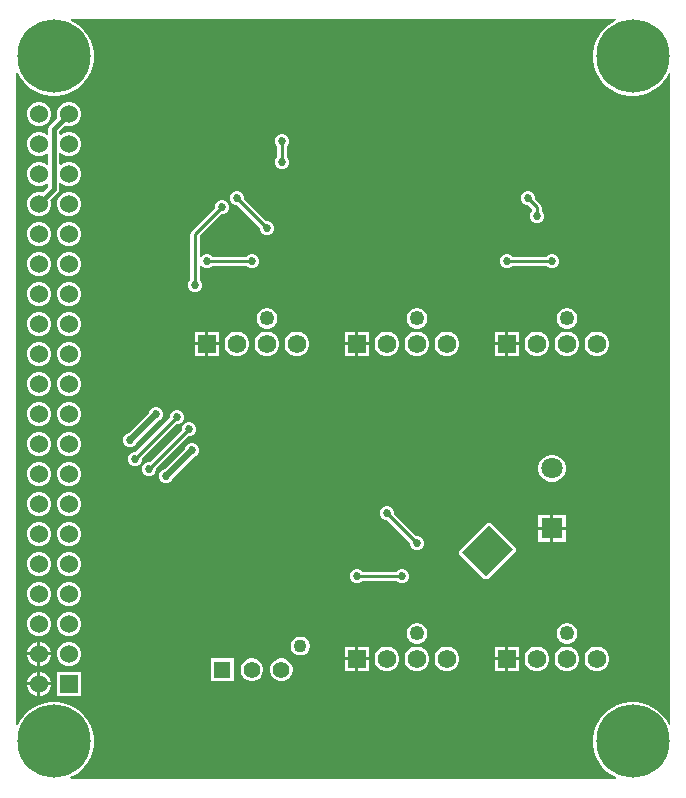
<source format=gbl>
G04*
G04 #@! TF.GenerationSoftware,Altium Limited,Altium Designer,23.0.1 (38)*
G04*
G04 Layer_Physical_Order=2*
G04 Layer_Color=16711680*
%FSLAX25Y25*%
%MOIN*%
G70*
G04*
G04 #@! TF.SameCoordinates,5643ACED-D155-4500-AF81-F5B34C59678D*
G04*
G04*
G04 #@! TF.FilePolarity,Positive*
G04*
G01*
G75*
%ADD14C,0.01000*%
%ADD24C,0.04921*%
%ADD25C,0.06181*%
%ADD26R,0.06181X0.06181*%
%ADD27C,0.04331*%
%ADD28C,0.05512*%
%ADD29R,0.05512X0.05512*%
%ADD31C,0.07087*%
%ADD32R,0.07087X0.07087*%
%ADD33C,0.24410*%
%ADD34R,0.06000X0.06000*%
%ADD35C,0.06000*%
%ADD36C,0.02700*%
%ADD37C,0.02000*%
%ADD38C,0.01600*%
G36*
X301421Y354368D02*
X299993Y353640D01*
X298311Y352418D01*
X296841Y350949D01*
X295620Y349267D01*
X294676Y347415D01*
X294034Y345439D01*
X293709Y343386D01*
Y341307D01*
X294034Y339254D01*
X294676Y337278D01*
X295620Y335426D01*
X296841Y333744D01*
X298311Y332275D01*
X299993Y331053D01*
X301845Y330109D01*
X303821Y329467D01*
X305874Y329142D01*
X307953D01*
X310005Y329467D01*
X311982Y330109D01*
X313834Y331053D01*
X315516Y332275D01*
X316985Y333744D01*
X318207Y335426D01*
X318935Y336854D01*
X319435Y336734D01*
Y119612D01*
X318935Y119492D01*
X318207Y120921D01*
X316985Y122602D01*
X315516Y124072D01*
X313834Y125294D01*
X311982Y126237D01*
X310005Y126880D01*
X307953Y127205D01*
X305874D01*
X303821Y126880D01*
X301845Y126237D01*
X299993Y125294D01*
X298311Y124072D01*
X296841Y122602D01*
X295620Y120921D01*
X294676Y119069D01*
X294034Y117092D01*
X293709Y115039D01*
Y112961D01*
X294034Y110908D01*
X294676Y108931D01*
X295620Y107079D01*
X296841Y105398D01*
X298311Y103928D01*
X299993Y102706D01*
X301421Y101978D01*
X301301Y101478D01*
X119612D01*
X119492Y101978D01*
X120921Y102706D01*
X122602Y103928D01*
X124072Y105398D01*
X125294Y107079D01*
X126237Y108931D01*
X126880Y110908D01*
X127205Y112961D01*
Y115039D01*
X126880Y117092D01*
X126237Y119069D01*
X125294Y120921D01*
X124072Y122602D01*
X122602Y124072D01*
X120921Y125294D01*
X119069Y126237D01*
X117092Y126880D01*
X115039Y127205D01*
X112961D01*
X110908Y126880D01*
X108931Y126237D01*
X107079Y125294D01*
X105398Y124072D01*
X103928Y122602D01*
X102706Y120921D01*
X101978Y119492D01*
X101478Y119612D01*
Y336734D01*
X101978Y336854D01*
X102706Y335426D01*
X103928Y333744D01*
X105398Y332275D01*
X107079Y331053D01*
X108931Y330109D01*
X110908Y329467D01*
X112961Y329142D01*
X115039D01*
X117092Y329467D01*
X119069Y330109D01*
X120921Y331053D01*
X122602Y332275D01*
X124072Y333744D01*
X125294Y335426D01*
X126237Y337278D01*
X126880Y339254D01*
X127205Y341307D01*
Y343386D01*
X126880Y345439D01*
X126237Y347415D01*
X125294Y349267D01*
X124072Y350949D01*
X122602Y352418D01*
X120921Y353640D01*
X119492Y354368D01*
X119612Y354868D01*
X301301D01*
X301421Y354368D01*
D02*
G37*
%LPC*%
G36*
X119527Y327173D02*
X118473D01*
X117456Y326901D01*
X116544Y326374D01*
X115799Y325629D01*
X115273Y324717D01*
X115000Y323700D01*
Y322647D01*
X115185Y321954D01*
X112702Y319471D01*
X112304Y318876D01*
X112165Y318173D01*
Y316319D01*
X111703Y316127D01*
X111456Y316374D01*
X110544Y316901D01*
X109527Y317173D01*
X108473D01*
X107456Y316901D01*
X106544Y316374D01*
X105799Y315629D01*
X105273Y314717D01*
X105000Y313700D01*
Y312647D01*
X105273Y311629D01*
X105799Y310717D01*
X106544Y309972D01*
X107456Y309446D01*
X108473Y309173D01*
X109527D01*
X110544Y309446D01*
X111456Y309972D01*
X111703Y310219D01*
X112165Y310028D01*
Y306319D01*
X111703Y306127D01*
X111456Y306374D01*
X110544Y306901D01*
X109527Y307173D01*
X108473D01*
X107456Y306901D01*
X106544Y306374D01*
X105799Y305629D01*
X105273Y304717D01*
X105000Y303700D01*
Y302647D01*
X105273Y301629D01*
X105799Y300717D01*
X106544Y299972D01*
X107456Y299446D01*
X108473Y299173D01*
X109527D01*
X110544Y299446D01*
X111456Y299972D01*
X111703Y300219D01*
X112165Y300028D01*
Y298933D01*
X110219Y296988D01*
X109527Y297173D01*
X108473D01*
X107456Y296901D01*
X106544Y296374D01*
X105799Y295629D01*
X105273Y294717D01*
X105000Y293700D01*
Y292647D01*
X105273Y291629D01*
X105799Y290717D01*
X106544Y289972D01*
X107456Y289446D01*
X108473Y289173D01*
X109527D01*
X110544Y289446D01*
X111456Y289972D01*
X112201Y290717D01*
X112727Y291629D01*
X113000Y292647D01*
Y293700D01*
X112814Y294392D01*
X115298Y296876D01*
X115696Y297471D01*
X115835Y298173D01*
Y300028D01*
X116297Y300219D01*
X116544Y299972D01*
X117456Y299446D01*
X118473Y299173D01*
X119527D01*
X120544Y299446D01*
X121456Y299972D01*
X122201Y300717D01*
X122727Y301629D01*
X123000Y302647D01*
Y303700D01*
X122727Y304717D01*
X122201Y305629D01*
X121456Y306374D01*
X120544Y306901D01*
X119527Y307173D01*
X118473D01*
X117456Y306901D01*
X116544Y306374D01*
X116297Y306127D01*
X115835Y306319D01*
Y310028D01*
X116297Y310219D01*
X116544Y309972D01*
X117456Y309446D01*
X118473Y309173D01*
X119527D01*
X120544Y309446D01*
X121456Y309972D01*
X122201Y310717D01*
X122727Y311629D01*
X123000Y312647D01*
Y313700D01*
X122727Y314717D01*
X122201Y315629D01*
X121456Y316374D01*
X120544Y316901D01*
X119527Y317173D01*
X118473D01*
X117456Y316901D01*
X116544Y316374D01*
X116297Y316127D01*
X115835Y316319D01*
Y317413D01*
X117781Y319359D01*
X118473Y319173D01*
X119527D01*
X120544Y319446D01*
X121456Y319972D01*
X122201Y320717D01*
X122727Y321629D01*
X123000Y322647D01*
Y323700D01*
X122727Y324717D01*
X122201Y325629D01*
X121456Y326374D01*
X120544Y326901D01*
X119527Y327173D01*
D02*
G37*
G36*
X109527D02*
X108473D01*
X107456Y326901D01*
X106544Y326374D01*
X105799Y325629D01*
X105273Y324717D01*
X105000Y323700D01*
Y322647D01*
X105273Y321629D01*
X105799Y320717D01*
X106544Y319972D01*
X107456Y319446D01*
X108473Y319173D01*
X109527D01*
X110544Y319446D01*
X111456Y319972D01*
X112201Y320717D01*
X112727Y321629D01*
X113000Y322647D01*
Y323700D01*
X112727Y324717D01*
X112201Y325629D01*
X111456Y326374D01*
X110544Y326901D01*
X109527Y327173D01*
D02*
G37*
G36*
X190467Y316350D02*
X189533D01*
X188669Y315992D01*
X188008Y315331D01*
X187650Y314467D01*
Y313533D01*
X188008Y312669D01*
X188471Y312206D01*
Y308794D01*
X188008Y308331D01*
X187650Y307467D01*
Y306533D01*
X188008Y305669D01*
X188669Y305008D01*
X189533Y304650D01*
X190467D01*
X191331Y305008D01*
X191992Y305669D01*
X192350Y306533D01*
Y307467D01*
X191992Y308331D01*
X191529Y308794D01*
Y312206D01*
X191992Y312669D01*
X192350Y313533D01*
Y314467D01*
X191992Y315331D01*
X191331Y315992D01*
X190467Y316350D01*
D02*
G37*
G36*
X119527Y297173D02*
X118473D01*
X117456Y296901D01*
X116544Y296374D01*
X115799Y295629D01*
X115273Y294717D01*
X115000Y293700D01*
Y292647D01*
X115273Y291629D01*
X115799Y290717D01*
X116544Y289972D01*
X117456Y289446D01*
X118473Y289173D01*
X119527D01*
X120544Y289446D01*
X121456Y289972D01*
X122201Y290717D01*
X122727Y291629D01*
X123000Y292647D01*
Y293700D01*
X122727Y294717D01*
X122201Y295629D01*
X121456Y296374D01*
X120544Y296901D01*
X119527Y297173D01*
D02*
G37*
G36*
X272467Y297350D02*
X271533D01*
X270669Y296992D01*
X270008Y296331D01*
X269650Y295467D01*
Y294533D01*
X270008Y293669D01*
X270669Y293008D01*
X271533Y292650D01*
X272187D01*
X273471Y291367D01*
Y290794D01*
X273008Y290331D01*
X272650Y289467D01*
Y288533D01*
X273008Y287669D01*
X273669Y287008D01*
X274533Y286650D01*
X275467D01*
X276331Y287008D01*
X276992Y287669D01*
X277350Y288533D01*
Y289467D01*
X276992Y290331D01*
X276529Y290794D01*
Y292000D01*
X276413Y292585D01*
X276081Y293081D01*
X274350Y294813D01*
Y295467D01*
X273992Y296331D01*
X273331Y296992D01*
X272467Y297350D01*
D02*
G37*
G36*
X175467D02*
X174533D01*
X173669Y296992D01*
X173008Y296331D01*
X172650Y295467D01*
Y294533D01*
X173008Y293669D01*
X173669Y293008D01*
X174533Y292650D01*
X175187D01*
X182650Y285187D01*
Y284533D01*
X183008Y283669D01*
X183669Y283008D01*
X184533Y282650D01*
X185467D01*
X186331Y283008D01*
X186992Y283669D01*
X187350Y284533D01*
Y285467D01*
X186992Y286331D01*
X186331Y286992D01*
X185467Y287350D01*
X184813D01*
X177350Y294813D01*
Y295467D01*
X176992Y296331D01*
X176331Y296992D01*
X175467Y297350D01*
D02*
G37*
G36*
X119527Y287173D02*
X118473D01*
X117456Y286901D01*
X116544Y286374D01*
X115799Y285629D01*
X115273Y284717D01*
X115000Y283700D01*
Y282647D01*
X115273Y281629D01*
X115799Y280717D01*
X116544Y279972D01*
X117456Y279446D01*
X118473Y279173D01*
X119527D01*
X120544Y279446D01*
X121456Y279972D01*
X122201Y280717D01*
X122727Y281629D01*
X123000Y282647D01*
Y283700D01*
X122727Y284717D01*
X122201Y285629D01*
X121456Y286374D01*
X120544Y286901D01*
X119527Y287173D01*
D02*
G37*
G36*
X109527D02*
X108473D01*
X107456Y286901D01*
X106544Y286374D01*
X105799Y285629D01*
X105273Y284717D01*
X105000Y283700D01*
Y282647D01*
X105273Y281629D01*
X105799Y280717D01*
X106544Y279972D01*
X107456Y279446D01*
X108473Y279173D01*
X109527D01*
X110544Y279446D01*
X111456Y279972D01*
X112201Y280717D01*
X112727Y281629D01*
X113000Y282647D01*
Y283700D01*
X112727Y284717D01*
X112201Y285629D01*
X111456Y286374D01*
X110544Y286901D01*
X109527Y287173D01*
D02*
G37*
G36*
X280467Y276350D02*
X279533D01*
X278669Y275992D01*
X278206Y275529D01*
X266794D01*
X266331Y275992D01*
X265467Y276350D01*
X264533D01*
X263669Y275992D01*
X263008Y275331D01*
X262650Y274467D01*
Y273533D01*
X263008Y272669D01*
X263669Y272008D01*
X264533Y271650D01*
X265467D01*
X266331Y272008D01*
X266794Y272471D01*
X278206D01*
X278669Y272008D01*
X279533Y271650D01*
X280467D01*
X281331Y272008D01*
X281992Y272669D01*
X282350Y273533D01*
Y274467D01*
X281992Y275331D01*
X281331Y275992D01*
X280467Y276350D01*
D02*
G37*
G36*
X170467Y294350D02*
X169533D01*
X168669Y293992D01*
X168008Y293331D01*
X167650Y292467D01*
Y291813D01*
X159919Y284081D01*
X159587Y283585D01*
X159471Y283000D01*
Y267794D01*
X159008Y267331D01*
X158650Y266467D01*
Y265533D01*
X159008Y264669D01*
X159669Y264008D01*
X160533Y263650D01*
X161467D01*
X162331Y264008D01*
X162992Y264669D01*
X163350Y265533D01*
Y266467D01*
X162992Y267331D01*
X162529Y267794D01*
Y272517D01*
X162918Y272640D01*
X163029Y272647D01*
X163669Y272008D01*
X164533Y271650D01*
X165467D01*
X166331Y272008D01*
X166794Y272471D01*
X178206D01*
X178669Y272008D01*
X179533Y271650D01*
X180467D01*
X181331Y272008D01*
X181992Y272669D01*
X182350Y273533D01*
Y274467D01*
X181992Y275331D01*
X181331Y275992D01*
X180467Y276350D01*
X179533D01*
X178669Y275992D01*
X178206Y275529D01*
X166794D01*
X166331Y275992D01*
X165467Y276350D01*
X164533D01*
X163669Y275992D01*
X163029Y275353D01*
X162918Y275360D01*
X162529Y275483D01*
Y282366D01*
X169813Y289650D01*
X170467D01*
X171331Y290008D01*
X171992Y290669D01*
X172350Y291533D01*
Y292467D01*
X171992Y293331D01*
X171331Y293992D01*
X170467Y294350D01*
D02*
G37*
G36*
X119527Y277173D02*
X118473D01*
X117456Y276901D01*
X116544Y276374D01*
X115799Y275629D01*
X115273Y274717D01*
X115000Y273700D01*
Y272647D01*
X115273Y271629D01*
X115799Y270717D01*
X116544Y269972D01*
X117456Y269446D01*
X118473Y269173D01*
X119527D01*
X120544Y269446D01*
X121456Y269972D01*
X122201Y270717D01*
X122727Y271629D01*
X123000Y272647D01*
Y273700D01*
X122727Y274717D01*
X122201Y275629D01*
X121456Y276374D01*
X120544Y276901D01*
X119527Y277173D01*
D02*
G37*
G36*
X109527D02*
X108473D01*
X107456Y276901D01*
X106544Y276374D01*
X105799Y275629D01*
X105273Y274717D01*
X105000Y273700D01*
Y272647D01*
X105273Y271629D01*
X105799Y270717D01*
X106544Y269972D01*
X107456Y269446D01*
X108473Y269173D01*
X109527D01*
X110544Y269446D01*
X111456Y269972D01*
X112201Y270717D01*
X112727Y271629D01*
X113000Y272647D01*
Y273700D01*
X112727Y274717D01*
X112201Y275629D01*
X111456Y276374D01*
X110544Y276901D01*
X109527Y277173D01*
D02*
G37*
G36*
X119527Y267173D02*
X118473D01*
X117456Y266901D01*
X116544Y266374D01*
X115799Y265629D01*
X115273Y264717D01*
X115000Y263700D01*
Y262647D01*
X115273Y261629D01*
X115799Y260717D01*
X116544Y259972D01*
X117456Y259446D01*
X118473Y259173D01*
X119527D01*
X120544Y259446D01*
X121456Y259972D01*
X122201Y260717D01*
X122727Y261629D01*
X123000Y262647D01*
Y263700D01*
X122727Y264717D01*
X122201Y265629D01*
X121456Y266374D01*
X120544Y266901D01*
X119527Y267173D01*
D02*
G37*
G36*
X109527D02*
X108473D01*
X107456Y266901D01*
X106544Y266374D01*
X105799Y265629D01*
X105273Y264717D01*
X105000Y263700D01*
Y262647D01*
X105273Y261629D01*
X105799Y260717D01*
X106544Y259972D01*
X107456Y259446D01*
X108473Y259173D01*
X109527D01*
X110544Y259446D01*
X111456Y259972D01*
X112201Y260717D01*
X112727Y261629D01*
X113000Y262647D01*
Y263700D01*
X112727Y264717D01*
X112201Y265629D01*
X111456Y266374D01*
X110544Y266901D01*
X109527Y267173D01*
D02*
G37*
G36*
X285456Y258461D02*
X284544D01*
X283664Y258225D01*
X282875Y257769D01*
X282231Y257125D01*
X281775Y256336D01*
X281539Y255456D01*
Y254544D01*
X281775Y253664D01*
X282231Y252875D01*
X282875Y252231D01*
X283664Y251775D01*
X284544Y251539D01*
X285456D01*
X286336Y251775D01*
X287125Y252231D01*
X287769Y252875D01*
X288225Y253664D01*
X288461Y254544D01*
Y255456D01*
X288225Y256336D01*
X287769Y257125D01*
X287125Y257769D01*
X286336Y258225D01*
X285456Y258461D01*
D02*
G37*
G36*
X235456D02*
X234544D01*
X233664Y258225D01*
X232875Y257769D01*
X232231Y257125D01*
X231775Y256336D01*
X231539Y255456D01*
Y254544D01*
X231775Y253664D01*
X232231Y252875D01*
X232875Y252231D01*
X233664Y251775D01*
X234544Y251539D01*
X235456D01*
X236336Y251775D01*
X237125Y252231D01*
X237769Y252875D01*
X238225Y253664D01*
X238461Y254544D01*
Y255456D01*
X238225Y256336D01*
X237769Y257125D01*
X237125Y257769D01*
X236336Y258225D01*
X235456Y258461D01*
D02*
G37*
G36*
X185456D02*
X184544D01*
X183664Y258225D01*
X182875Y257769D01*
X182231Y257125D01*
X181775Y256336D01*
X181539Y255456D01*
Y254544D01*
X181775Y253664D01*
X182231Y252875D01*
X182875Y252231D01*
X183664Y251775D01*
X184544Y251539D01*
X185456D01*
X186336Y251775D01*
X187125Y252231D01*
X187769Y252875D01*
X188225Y253664D01*
X188461Y254544D01*
Y255456D01*
X188225Y256336D01*
X187769Y257125D01*
X187125Y257769D01*
X186336Y258225D01*
X185456Y258461D01*
D02*
G37*
G36*
X119527Y257173D02*
X118473D01*
X117456Y256901D01*
X116544Y256374D01*
X115799Y255629D01*
X115273Y254717D01*
X115000Y253700D01*
Y252647D01*
X115273Y251629D01*
X115799Y250717D01*
X116544Y249972D01*
X117456Y249446D01*
X118473Y249173D01*
X119527D01*
X120544Y249446D01*
X121456Y249972D01*
X122201Y250717D01*
X122727Y251629D01*
X123000Y252647D01*
Y253700D01*
X122727Y254717D01*
X122201Y255629D01*
X121456Y256374D01*
X120544Y256901D01*
X119527Y257173D01*
D02*
G37*
G36*
X109527D02*
X108473D01*
X107456Y256901D01*
X106544Y256374D01*
X105799Y255629D01*
X105273Y254717D01*
X105000Y253700D01*
Y252647D01*
X105273Y251629D01*
X105799Y250717D01*
X106544Y249972D01*
X107456Y249446D01*
X108473Y249173D01*
X109527D01*
X110544Y249446D01*
X111456Y249972D01*
X112201Y250717D01*
X112727Y251629D01*
X113000Y252647D01*
Y253700D01*
X112727Y254717D01*
X112201Y255629D01*
X111456Y256374D01*
X110544Y256901D01*
X109527Y257173D01*
D02*
G37*
G36*
X269091Y250587D02*
X265500D01*
Y246996D01*
X269091D01*
Y250587D01*
D02*
G37*
G36*
X219091D02*
X215500D01*
Y246996D01*
X219091D01*
Y250587D01*
D02*
G37*
G36*
X169091D02*
X165500D01*
Y246996D01*
X169091D01*
Y250587D01*
D02*
G37*
G36*
X264500D02*
X260910D01*
Y246996D01*
X264500D01*
Y250587D01*
D02*
G37*
G36*
X164500D02*
X160909D01*
Y246996D01*
X164500D01*
Y250587D01*
D02*
G37*
G36*
X214500D02*
X210910D01*
Y246996D01*
X214500D01*
Y250587D01*
D02*
G37*
G36*
X295538D02*
X294461D01*
X293421Y250308D01*
X292488Y249769D01*
X291727Y249008D01*
X291188Y248075D01*
X290910Y247035D01*
Y245957D01*
X291188Y244917D01*
X291727Y243984D01*
X292488Y243223D01*
X293421Y242684D01*
X294461Y242406D01*
X295538D01*
X296579Y242684D01*
X297512Y243223D01*
X298273Y243984D01*
X298812Y244917D01*
X299091Y245957D01*
Y247035D01*
X298812Y248075D01*
X298273Y249008D01*
X297512Y249769D01*
X296579Y250308D01*
X295538Y250587D01*
D02*
G37*
G36*
X285539D02*
X284461D01*
X283421Y250308D01*
X282488Y249769D01*
X281727Y249008D01*
X281188Y248075D01*
X280909Y247035D01*
Y245957D01*
X281188Y244917D01*
X281727Y243984D01*
X282488Y243223D01*
X283421Y242684D01*
X284461Y242406D01*
X285539D01*
X286579Y242684D01*
X287512Y243223D01*
X288273Y243984D01*
X288812Y244917D01*
X289090Y245957D01*
Y247035D01*
X288812Y248075D01*
X288273Y249008D01*
X287512Y249769D01*
X286579Y250308D01*
X285539Y250587D01*
D02*
G37*
G36*
X275538D02*
X274462D01*
X273421Y250308D01*
X272488Y249769D01*
X271727Y249008D01*
X271188Y248075D01*
X270910Y247035D01*
Y245957D01*
X271188Y244917D01*
X271727Y243984D01*
X272488Y243223D01*
X273421Y242684D01*
X274462Y242406D01*
X275538D01*
X276579Y242684D01*
X277512Y243223D01*
X278273Y243984D01*
X278812Y244917D01*
X279090Y245957D01*
Y247035D01*
X278812Y248075D01*
X278273Y249008D01*
X277512Y249769D01*
X276579Y250308D01*
X275538Y250587D01*
D02*
G37*
G36*
X269091Y245996D02*
X265500D01*
Y242406D01*
X269091D01*
Y245996D01*
D02*
G37*
G36*
X264500D02*
X260910D01*
Y242406D01*
X264500D01*
Y245996D01*
D02*
G37*
G36*
X245538Y250587D02*
X244461D01*
X243421Y250308D01*
X242488Y249769D01*
X241727Y249008D01*
X241188Y248075D01*
X240910Y247035D01*
Y245957D01*
X241188Y244917D01*
X241727Y243984D01*
X242488Y243223D01*
X243421Y242684D01*
X244461Y242406D01*
X245538D01*
X246579Y242684D01*
X247512Y243223D01*
X248273Y243984D01*
X248812Y244917D01*
X249091Y245957D01*
Y247035D01*
X248812Y248075D01*
X248273Y249008D01*
X247512Y249769D01*
X246579Y250308D01*
X245538Y250587D01*
D02*
G37*
G36*
X235539D02*
X234461D01*
X233421Y250308D01*
X232488Y249769D01*
X231727Y249008D01*
X231188Y248075D01*
X230909Y247035D01*
Y245957D01*
X231188Y244917D01*
X231727Y243984D01*
X232488Y243223D01*
X233421Y242684D01*
X234461Y242406D01*
X235539D01*
X236579Y242684D01*
X237512Y243223D01*
X238273Y243984D01*
X238812Y244917D01*
X239090Y245957D01*
Y247035D01*
X238812Y248075D01*
X238273Y249008D01*
X237512Y249769D01*
X236579Y250308D01*
X235539Y250587D01*
D02*
G37*
G36*
X225538D02*
X224462D01*
X223421Y250308D01*
X222488Y249769D01*
X221727Y249008D01*
X221188Y248075D01*
X220910Y247035D01*
Y245957D01*
X221188Y244917D01*
X221727Y243984D01*
X222488Y243223D01*
X223421Y242684D01*
X224462Y242406D01*
X225538D01*
X226579Y242684D01*
X227512Y243223D01*
X228273Y243984D01*
X228812Y244917D01*
X229090Y245957D01*
Y247035D01*
X228812Y248075D01*
X228273Y249008D01*
X227512Y249769D01*
X226579Y250308D01*
X225538Y250587D01*
D02*
G37*
G36*
X219091Y245996D02*
X215500D01*
Y242406D01*
X219091D01*
Y245996D01*
D02*
G37*
G36*
X214500D02*
X210910D01*
Y242406D01*
X214500D01*
Y245996D01*
D02*
G37*
G36*
X195538Y250587D02*
X194462D01*
X193421Y250308D01*
X192488Y249769D01*
X191727Y249008D01*
X191188Y248075D01*
X190909Y247035D01*
Y245957D01*
X191188Y244917D01*
X191727Y243984D01*
X192488Y243223D01*
X193421Y242684D01*
X194462Y242406D01*
X195538D01*
X196579Y242684D01*
X197512Y243223D01*
X198273Y243984D01*
X198812Y244917D01*
X199091Y245957D01*
Y247035D01*
X198812Y248075D01*
X198273Y249008D01*
X197512Y249769D01*
X196579Y250308D01*
X195538Y250587D01*
D02*
G37*
G36*
X185538D02*
X184461D01*
X183421Y250308D01*
X182488Y249769D01*
X181727Y249008D01*
X181188Y248075D01*
X180909Y247035D01*
Y245957D01*
X181188Y244917D01*
X181727Y243984D01*
X182488Y243223D01*
X183421Y242684D01*
X184461Y242406D01*
X185538D01*
X186579Y242684D01*
X187512Y243223D01*
X188273Y243984D01*
X188812Y244917D01*
X189091Y245957D01*
Y247035D01*
X188812Y248075D01*
X188273Y249008D01*
X187512Y249769D01*
X186579Y250308D01*
X185538Y250587D01*
D02*
G37*
G36*
X175539D02*
X174461D01*
X173421Y250308D01*
X172488Y249769D01*
X171727Y249008D01*
X171188Y248075D01*
X170909Y247035D01*
Y245957D01*
X171188Y244917D01*
X171727Y243984D01*
X172488Y243223D01*
X173421Y242684D01*
X174461Y242406D01*
X175539D01*
X176579Y242684D01*
X177512Y243223D01*
X178273Y243984D01*
X178812Y244917D01*
X179091Y245957D01*
Y247035D01*
X178812Y248075D01*
X178273Y249008D01*
X177512Y249769D01*
X176579Y250308D01*
X175539Y250587D01*
D02*
G37*
G36*
X169091Y245996D02*
X165500D01*
Y242406D01*
X169091D01*
Y245996D01*
D02*
G37*
G36*
X164500D02*
X160909D01*
Y242406D01*
X164500D01*
Y245996D01*
D02*
G37*
G36*
X119527Y247173D02*
X118473D01*
X117456Y246901D01*
X116544Y246374D01*
X115799Y245629D01*
X115273Y244717D01*
X115000Y243700D01*
Y242647D01*
X115273Y241629D01*
X115799Y240717D01*
X116544Y239972D01*
X117456Y239446D01*
X118473Y239173D01*
X119527D01*
X120544Y239446D01*
X121456Y239972D01*
X122201Y240717D01*
X122727Y241629D01*
X123000Y242647D01*
Y243700D01*
X122727Y244717D01*
X122201Y245629D01*
X121456Y246374D01*
X120544Y246901D01*
X119527Y247173D01*
D02*
G37*
G36*
X109527D02*
X108473D01*
X107456Y246901D01*
X106544Y246374D01*
X105799Y245629D01*
X105273Y244717D01*
X105000Y243700D01*
Y242647D01*
X105273Y241629D01*
X105799Y240717D01*
X106544Y239972D01*
X107456Y239446D01*
X108473Y239173D01*
X109527D01*
X110544Y239446D01*
X111456Y239972D01*
X112201Y240717D01*
X112727Y241629D01*
X113000Y242647D01*
Y243700D01*
X112727Y244717D01*
X112201Y245629D01*
X111456Y246374D01*
X110544Y246901D01*
X109527Y247173D01*
D02*
G37*
G36*
X119527Y237173D02*
X118473D01*
X117456Y236901D01*
X116544Y236374D01*
X115799Y235629D01*
X115273Y234717D01*
X115000Y233700D01*
Y232647D01*
X115273Y231629D01*
X115799Y230717D01*
X116544Y229972D01*
X117456Y229446D01*
X118473Y229173D01*
X119527D01*
X120544Y229446D01*
X121456Y229972D01*
X122201Y230717D01*
X122727Y231629D01*
X123000Y232647D01*
Y233700D01*
X122727Y234717D01*
X122201Y235629D01*
X121456Y236374D01*
X120544Y236901D01*
X119527Y237173D01*
D02*
G37*
G36*
X109527D02*
X108473D01*
X107456Y236901D01*
X106544Y236374D01*
X105799Y235629D01*
X105273Y234717D01*
X105000Y233700D01*
Y232647D01*
X105273Y231629D01*
X105799Y230717D01*
X106544Y229972D01*
X107456Y229446D01*
X108473Y229173D01*
X109527D01*
X110544Y229446D01*
X111456Y229972D01*
X112201Y230717D01*
X112727Y231629D01*
X113000Y232647D01*
Y233700D01*
X112727Y234717D01*
X112201Y235629D01*
X111456Y236374D01*
X110544Y236901D01*
X109527Y237173D01*
D02*
G37*
G36*
X119527Y227173D02*
X118473D01*
X117456Y226901D01*
X116544Y226374D01*
X115799Y225629D01*
X115273Y224717D01*
X115000Y223700D01*
Y222647D01*
X115273Y221629D01*
X115799Y220717D01*
X116544Y219972D01*
X117456Y219446D01*
X118473Y219173D01*
X119527D01*
X120544Y219446D01*
X121456Y219972D01*
X122201Y220717D01*
X122727Y221629D01*
X123000Y222647D01*
Y223700D01*
X122727Y224717D01*
X122201Y225629D01*
X121456Y226374D01*
X120544Y226901D01*
X119527Y227173D01*
D02*
G37*
G36*
X109527D02*
X108473D01*
X107456Y226901D01*
X106544Y226374D01*
X105799Y225629D01*
X105273Y224717D01*
X105000Y223700D01*
Y222647D01*
X105273Y221629D01*
X105799Y220717D01*
X106544Y219972D01*
X107456Y219446D01*
X108473Y219173D01*
X109527D01*
X110544Y219446D01*
X111456Y219972D01*
X112201Y220717D01*
X112727Y221629D01*
X113000Y222647D01*
Y223700D01*
X112727Y224717D01*
X112201Y225629D01*
X111456Y226374D01*
X110544Y226901D01*
X109527Y227173D01*
D02*
G37*
G36*
X148483Y225365D02*
X147548D01*
X146684Y225008D01*
X146023Y224346D01*
X145712Y223596D01*
X138904Y216788D01*
X138154Y216477D01*
X137493Y215816D01*
X137135Y214952D01*
Y214017D01*
X137493Y213154D01*
X138154Y212492D01*
X139017Y212135D01*
X139952D01*
X140816Y212492D01*
X141477Y213154D01*
X141788Y213904D01*
X148596Y220712D01*
X149346Y221023D01*
X150007Y221684D01*
X150365Y222548D01*
Y223483D01*
X150007Y224346D01*
X149346Y225008D01*
X148483Y225365D01*
D02*
G37*
G36*
X119527Y217173D02*
X118473D01*
X117456Y216901D01*
X116544Y216374D01*
X115799Y215629D01*
X115273Y214717D01*
X115000Y213700D01*
Y212647D01*
X115273Y211629D01*
X115799Y210717D01*
X116544Y209972D01*
X117456Y209446D01*
X118473Y209173D01*
X119527D01*
X120544Y209446D01*
X121456Y209972D01*
X122201Y210717D01*
X122727Y211629D01*
X123000Y212647D01*
Y213700D01*
X122727Y214717D01*
X122201Y215629D01*
X121456Y216374D01*
X120544Y216901D01*
X119527Y217173D01*
D02*
G37*
G36*
X109527D02*
X108473D01*
X107456Y216901D01*
X106544Y216374D01*
X105799Y215629D01*
X105273Y214717D01*
X105000Y213700D01*
Y212647D01*
X105273Y211629D01*
X105799Y210717D01*
X106544Y209972D01*
X107456Y209446D01*
X108473Y209173D01*
X109527D01*
X110544Y209446D01*
X111456Y209972D01*
X112201Y210717D01*
X112727Y211629D01*
X113000Y212647D01*
Y213700D01*
X112727Y214717D01*
X112201Y215629D01*
X111456Y216374D01*
X110544Y216901D01*
X109527Y217173D01*
D02*
G37*
G36*
X155467Y224350D02*
X154533D01*
X153669Y223992D01*
X153008Y223331D01*
X152650Y222467D01*
Y221813D01*
X141187Y210350D01*
X140533D01*
X139669Y209992D01*
X139008Y209331D01*
X138650Y208467D01*
Y207533D01*
X139008Y206669D01*
X139669Y206008D01*
X140533Y205650D01*
X141467D01*
X142331Y206008D01*
X142992Y206669D01*
X143350Y207533D01*
Y208187D01*
X154813Y219650D01*
X155467D01*
X156331Y220008D01*
X156992Y220669D01*
X157350Y221533D01*
Y222467D01*
X156992Y223331D01*
X156331Y223992D01*
X155467Y224350D01*
D02*
G37*
G36*
X159467Y220350D02*
X158533D01*
X157669Y219992D01*
X157008Y219331D01*
X156650Y218467D01*
Y217945D01*
X146010Y207305D01*
X145223D01*
X144360Y206948D01*
X143699Y206287D01*
X143341Y205423D01*
Y204488D01*
X143699Y203624D01*
X144360Y202963D01*
X145223Y202605D01*
X146158D01*
X147022Y202963D01*
X147683Y203624D01*
X148041Y204488D01*
Y205010D01*
X158681Y215650D01*
X159467D01*
X160331Y216008D01*
X160992Y216669D01*
X161350Y217533D01*
Y218467D01*
X160992Y219331D01*
X160331Y219992D01*
X159467Y220350D01*
D02*
G37*
G36*
X280598Y209543D02*
X279402D01*
X278246Y209234D01*
X277210Y208635D01*
X276364Y207790D01*
X275766Y206754D01*
X275457Y205598D01*
Y204402D01*
X275766Y203246D01*
X276364Y202210D01*
X277210Y201364D01*
X278246Y200766D01*
X279402Y200457D01*
X280598D01*
X281754Y200766D01*
X282790Y201364D01*
X283635Y202210D01*
X284234Y203246D01*
X284543Y204402D01*
Y205598D01*
X284234Y206754D01*
X283635Y207790D01*
X282790Y208635D01*
X281754Y209234D01*
X280598Y209543D01*
D02*
G37*
G36*
X160483Y213365D02*
X159548D01*
X158684Y213007D01*
X158023Y212346D01*
X157712Y211596D01*
X150904Y204788D01*
X150154Y204477D01*
X149493Y203816D01*
X149135Y202952D01*
Y202017D01*
X149493Y201154D01*
X150154Y200493D01*
X151017Y200135D01*
X151952D01*
X152816Y200493D01*
X153477Y201154D01*
X153788Y201904D01*
X160596Y208712D01*
X161346Y209023D01*
X162007Y209684D01*
X162365Y210548D01*
Y211483D01*
X162007Y212346D01*
X161346Y213007D01*
X160483Y213365D01*
D02*
G37*
G36*
X119527Y207173D02*
X118473D01*
X117456Y206901D01*
X116544Y206374D01*
X115799Y205629D01*
X115273Y204717D01*
X115000Y203700D01*
Y202647D01*
X115273Y201629D01*
X115799Y200717D01*
X116544Y199972D01*
X117456Y199446D01*
X118473Y199173D01*
X119527D01*
X120544Y199446D01*
X121456Y199972D01*
X122201Y200717D01*
X122727Y201629D01*
X123000Y202647D01*
Y203700D01*
X122727Y204717D01*
X122201Y205629D01*
X121456Y206374D01*
X120544Y206901D01*
X119527Y207173D01*
D02*
G37*
G36*
X109527D02*
X108473D01*
X107456Y206901D01*
X106544Y206374D01*
X105799Y205629D01*
X105273Y204717D01*
X105000Y203700D01*
Y202647D01*
X105273Y201629D01*
X105799Y200717D01*
X106544Y199972D01*
X107456Y199446D01*
X108473Y199173D01*
X109527D01*
X110544Y199446D01*
X111456Y199972D01*
X112201Y200717D01*
X112727Y201629D01*
X113000Y202647D01*
Y203700D01*
X112727Y204717D01*
X112201Y205629D01*
X111456Y206374D01*
X110544Y206901D01*
X109527Y207173D01*
D02*
G37*
G36*
X119527Y197173D02*
X118473D01*
X117456Y196901D01*
X116544Y196374D01*
X115799Y195629D01*
X115273Y194717D01*
X115000Y193700D01*
Y192647D01*
X115273Y191629D01*
X115799Y190717D01*
X116544Y189972D01*
X117456Y189446D01*
X118473Y189173D01*
X119527D01*
X120544Y189446D01*
X121456Y189972D01*
X122201Y190717D01*
X122727Y191629D01*
X123000Y192647D01*
Y193700D01*
X122727Y194717D01*
X122201Y195629D01*
X121456Y196374D01*
X120544Y196901D01*
X119527Y197173D01*
D02*
G37*
G36*
X109527D02*
X108473D01*
X107456Y196901D01*
X106544Y196374D01*
X105799Y195629D01*
X105273Y194717D01*
X105000Y193700D01*
Y192647D01*
X105273Y191629D01*
X105799Y190717D01*
X106544Y189972D01*
X107456Y189446D01*
X108473Y189173D01*
X109527D01*
X110544Y189446D01*
X111456Y189972D01*
X112201Y190717D01*
X112727Y191629D01*
X113000Y192647D01*
Y193700D01*
X112727Y194717D01*
X112201Y195629D01*
X111456Y196374D01*
X110544Y196901D01*
X109527Y197173D01*
D02*
G37*
G36*
X284543Y189543D02*
X280500D01*
Y185500D01*
X284543D01*
Y189543D01*
D02*
G37*
G36*
X279500D02*
X275457D01*
Y185500D01*
X279500D01*
Y189543D01*
D02*
G37*
G36*
X284543Y184500D02*
X280500D01*
Y180457D01*
X284543D01*
Y184500D01*
D02*
G37*
G36*
X279500D02*
X275457D01*
Y180457D01*
X279500D01*
Y184500D01*
D02*
G37*
G36*
X119527Y187173D02*
X118473D01*
X117456Y186901D01*
X116544Y186374D01*
X115799Y185629D01*
X115273Y184717D01*
X115000Y183700D01*
Y182647D01*
X115273Y181629D01*
X115799Y180717D01*
X116544Y179972D01*
X117456Y179446D01*
X118473Y179173D01*
X119527D01*
X120544Y179446D01*
X121456Y179972D01*
X122201Y180717D01*
X122727Y181629D01*
X123000Y182647D01*
Y183700D01*
X122727Y184717D01*
X122201Y185629D01*
X121456Y186374D01*
X120544Y186901D01*
X119527Y187173D01*
D02*
G37*
G36*
X109527D02*
X108473D01*
X107456Y186901D01*
X106544Y186374D01*
X105799Y185629D01*
X105273Y184717D01*
X105000Y183700D01*
Y182647D01*
X105273Y181629D01*
X105799Y180717D01*
X106544Y179972D01*
X107456Y179446D01*
X108473Y179173D01*
X109527D01*
X110544Y179446D01*
X111456Y179972D01*
X112201Y180717D01*
X112727Y181629D01*
X113000Y182647D01*
Y183700D01*
X112727Y184717D01*
X112201Y185629D01*
X111456Y186374D01*
X110544Y186901D01*
X109527Y187173D01*
D02*
G37*
G36*
X225467Y192350D02*
X224533D01*
X223669Y191992D01*
X223008Y191331D01*
X222650Y190467D01*
Y189533D01*
X223008Y188669D01*
X223669Y188008D01*
X224533Y187650D01*
X225187D01*
X232650Y180187D01*
Y179533D01*
X233008Y178669D01*
X233669Y178008D01*
X234533Y177650D01*
X235467D01*
X236331Y178008D01*
X236992Y178669D01*
X237350Y179533D01*
Y180467D01*
X236992Y181331D01*
X236331Y181992D01*
X235467Y182350D01*
X234813D01*
X227350Y189813D01*
Y190467D01*
X226992Y191331D01*
X226331Y191992D01*
X225467Y192350D01*
D02*
G37*
G36*
X230467Y171350D02*
X229533D01*
X228669Y170992D01*
X228206Y170529D01*
X216794D01*
X216331Y170992D01*
X215467Y171350D01*
X214533D01*
X213669Y170992D01*
X213008Y170331D01*
X212650Y169467D01*
Y168533D01*
X213008Y167669D01*
X213669Y167008D01*
X214533Y166650D01*
X215467D01*
X216331Y167008D01*
X216794Y167471D01*
X228206D01*
X228669Y167008D01*
X229533Y166650D01*
X230467D01*
X231331Y167008D01*
X231992Y167669D01*
X232350Y168533D01*
Y169467D01*
X231992Y170331D01*
X231331Y170992D01*
X230467Y171350D01*
D02*
G37*
G36*
X119527Y177173D02*
X118473D01*
X117456Y176901D01*
X116544Y176374D01*
X115799Y175629D01*
X115273Y174717D01*
X115000Y173700D01*
Y172647D01*
X115273Y171629D01*
X115799Y170717D01*
X116544Y169972D01*
X117456Y169446D01*
X118473Y169173D01*
X119527D01*
X120544Y169446D01*
X121456Y169972D01*
X122201Y170717D01*
X122727Y171629D01*
X123000Y172647D01*
Y173700D01*
X122727Y174717D01*
X122201Y175629D01*
X121456Y176374D01*
X120544Y176901D01*
X119527Y177173D01*
D02*
G37*
G36*
X109527D02*
X108473D01*
X107456Y176901D01*
X106544Y176374D01*
X105799Y175629D01*
X105273Y174717D01*
X105000Y173700D01*
Y172647D01*
X105273Y171629D01*
X105799Y170717D01*
X106544Y169972D01*
X107456Y169446D01*
X108473Y169173D01*
X109527D01*
X110544Y169446D01*
X111456Y169972D01*
X112201Y170717D01*
X112727Y171629D01*
X113000Y172647D01*
Y173700D01*
X112727Y174717D01*
X112201Y175629D01*
X111456Y176374D01*
X110544Y176901D01*
X109527Y177173D01*
D02*
G37*
G36*
X259000Y187020D02*
X258610Y186942D01*
X258279Y186721D01*
X249279Y177721D01*
X249058Y177390D01*
X248980Y177000D01*
X249058Y176610D01*
X249279Y176279D01*
X257279Y168279D01*
X257610Y168058D01*
X258000Y167980D01*
X258390Y168058D01*
X258721Y168279D01*
X267721Y177279D01*
X267942Y177610D01*
X268020Y178000D01*
X267942Y178390D01*
X267721Y178721D01*
X259721Y186721D01*
X259390Y186942D01*
X259000Y187020D01*
D02*
G37*
G36*
X119527Y167173D02*
X118473D01*
X117456Y166901D01*
X116544Y166374D01*
X115799Y165629D01*
X115273Y164717D01*
X115000Y163700D01*
Y162647D01*
X115273Y161629D01*
X115799Y160717D01*
X116544Y159972D01*
X117456Y159446D01*
X118473Y159173D01*
X119527D01*
X120544Y159446D01*
X121456Y159972D01*
X122201Y160717D01*
X122727Y161629D01*
X123000Y162647D01*
Y163700D01*
X122727Y164717D01*
X122201Y165629D01*
X121456Y166374D01*
X120544Y166901D01*
X119527Y167173D01*
D02*
G37*
G36*
X109527D02*
X108473D01*
X107456Y166901D01*
X106544Y166374D01*
X105799Y165629D01*
X105273Y164717D01*
X105000Y163700D01*
Y162647D01*
X105273Y161629D01*
X105799Y160717D01*
X106544Y159972D01*
X107456Y159446D01*
X108473Y159173D01*
X109527D01*
X110544Y159446D01*
X111456Y159972D01*
X112201Y160717D01*
X112727Y161629D01*
X113000Y162647D01*
Y163700D01*
X112727Y164717D01*
X112201Y165629D01*
X111456Y166374D01*
X110544Y166901D01*
X109527Y167173D01*
D02*
G37*
G36*
X119527Y157173D02*
X118473D01*
X117456Y156901D01*
X116544Y156374D01*
X115799Y155629D01*
X115273Y154717D01*
X115000Y153700D01*
Y152647D01*
X115273Y151629D01*
X115799Y150717D01*
X116544Y149972D01*
X117456Y149446D01*
X118473Y149173D01*
X119527D01*
X120544Y149446D01*
X121456Y149972D01*
X122201Y150717D01*
X122727Y151629D01*
X123000Y152647D01*
Y153700D01*
X122727Y154717D01*
X122201Y155629D01*
X121456Y156374D01*
X120544Y156901D01*
X119527Y157173D01*
D02*
G37*
G36*
X109527D02*
X108473D01*
X107456Y156901D01*
X106544Y156374D01*
X105799Y155629D01*
X105273Y154717D01*
X105000Y153700D01*
Y152647D01*
X105273Y151629D01*
X105799Y150717D01*
X106544Y149972D01*
X107456Y149446D01*
X108473Y149173D01*
X109527D01*
X110544Y149446D01*
X111456Y149972D01*
X112201Y150717D01*
X112727Y151629D01*
X113000Y152647D01*
Y153700D01*
X112727Y154717D01*
X112201Y155629D01*
X111456Y156374D01*
X110544Y156901D01*
X109527Y157173D01*
D02*
G37*
G36*
X285456Y153461D02*
X284544D01*
X283664Y153225D01*
X282875Y152769D01*
X282231Y152125D01*
X281775Y151336D01*
X281539Y150456D01*
Y149544D01*
X281775Y148664D01*
X282231Y147875D01*
X282875Y147231D01*
X283664Y146775D01*
X284544Y146539D01*
X285456D01*
X286336Y146775D01*
X287125Y147231D01*
X287769Y147875D01*
X288225Y148664D01*
X288461Y149544D01*
Y150456D01*
X288225Y151336D01*
X287769Y152125D01*
X287125Y152769D01*
X286336Y153225D01*
X285456Y153461D01*
D02*
G37*
G36*
X235456D02*
X234544D01*
X233664Y153225D01*
X232875Y152769D01*
X232231Y152125D01*
X231775Y151336D01*
X231539Y150456D01*
Y149544D01*
X231775Y148664D01*
X232231Y147875D01*
X232875Y147231D01*
X233664Y146775D01*
X234544Y146539D01*
X235456D01*
X236336Y146775D01*
X237125Y147231D01*
X237769Y147875D01*
X238225Y148664D01*
X238461Y149544D01*
Y150456D01*
X238225Y151336D01*
X237769Y152125D01*
X237125Y152769D01*
X236336Y153225D01*
X235456Y153461D01*
D02*
G37*
G36*
X109527Y147173D02*
X109500D01*
Y143673D01*
X113000D01*
Y143700D01*
X112727Y144717D01*
X112201Y145629D01*
X111456Y146374D01*
X110544Y146901D01*
X109527Y147173D01*
D02*
G37*
G36*
X108500D02*
X108473D01*
X107456Y146901D01*
X106544Y146374D01*
X105799Y145629D01*
X105273Y144717D01*
X105000Y143700D01*
Y143673D01*
X108500D01*
Y147173D01*
D02*
G37*
G36*
X196558Y148972D02*
X195725D01*
X194920Y148757D01*
X194198Y148340D01*
X193609Y147751D01*
X193192Y147029D01*
X192976Y146224D01*
Y145390D01*
X193192Y144585D01*
X193609Y143863D01*
X194198Y143274D01*
X194920Y142858D01*
X195725Y142642D01*
X196558D01*
X197363Y142858D01*
X198085Y143274D01*
X198675Y143863D01*
X199091Y144585D01*
X199307Y145390D01*
Y146224D01*
X199091Y147029D01*
X198675Y147751D01*
X198085Y148340D01*
X197363Y148757D01*
X196558Y148972D01*
D02*
G37*
G36*
X269091Y145587D02*
X265500D01*
Y141996D01*
X269091D01*
Y145587D01*
D02*
G37*
G36*
X219091D02*
X215500D01*
Y141996D01*
X219091D01*
Y145587D01*
D02*
G37*
G36*
X264500D02*
X260910D01*
Y141996D01*
X264500D01*
Y145587D01*
D02*
G37*
G36*
X214500D02*
X210910D01*
Y141996D01*
X214500D01*
Y145587D01*
D02*
G37*
G36*
X119527Y147173D02*
X118473D01*
X117456Y146901D01*
X116544Y146374D01*
X115799Y145629D01*
X115273Y144717D01*
X115000Y143700D01*
Y142647D01*
X115273Y141629D01*
X115799Y140717D01*
X116544Y139972D01*
X117456Y139446D01*
X118473Y139173D01*
X119527D01*
X120544Y139446D01*
X121456Y139972D01*
X122201Y140717D01*
X122727Y141629D01*
X123000Y142647D01*
Y143700D01*
X122727Y144717D01*
X122201Y145629D01*
X121456Y146374D01*
X120544Y146901D01*
X119527Y147173D01*
D02*
G37*
G36*
X113000Y142673D02*
X109500D01*
Y139173D01*
X109527D01*
X110544Y139446D01*
X111456Y139972D01*
X112201Y140717D01*
X112727Y141629D01*
X113000Y142647D01*
Y142673D01*
D02*
G37*
G36*
X108500D02*
X105000D01*
Y142647D01*
X105273Y141629D01*
X105799Y140717D01*
X106544Y139972D01*
X107456Y139446D01*
X108473Y139173D01*
X108500D01*
Y142673D01*
D02*
G37*
G36*
X295538Y145587D02*
X294461D01*
X293421Y145308D01*
X292488Y144769D01*
X291727Y144008D01*
X291188Y143075D01*
X290910Y142035D01*
Y140957D01*
X291188Y139917D01*
X291727Y138984D01*
X292488Y138223D01*
X293421Y137684D01*
X294461Y137406D01*
X295538D01*
X296579Y137684D01*
X297512Y138223D01*
X298273Y138984D01*
X298812Y139917D01*
X299091Y140957D01*
Y142035D01*
X298812Y143075D01*
X298273Y144008D01*
X297512Y144769D01*
X296579Y145308D01*
X295538Y145587D01*
D02*
G37*
G36*
X285539D02*
X284461D01*
X283421Y145308D01*
X282488Y144769D01*
X281727Y144008D01*
X281188Y143075D01*
X280909Y142035D01*
Y140957D01*
X281188Y139917D01*
X281727Y138984D01*
X282488Y138223D01*
X283421Y137684D01*
X284461Y137406D01*
X285539D01*
X286579Y137684D01*
X287512Y138223D01*
X288273Y138984D01*
X288812Y139917D01*
X289090Y140957D01*
Y142035D01*
X288812Y143075D01*
X288273Y144008D01*
X287512Y144769D01*
X286579Y145308D01*
X285539Y145587D01*
D02*
G37*
G36*
X275538D02*
X274462D01*
X273421Y145308D01*
X272488Y144769D01*
X271727Y144008D01*
X271188Y143075D01*
X270910Y142035D01*
Y140957D01*
X271188Y139917D01*
X271727Y138984D01*
X272488Y138223D01*
X273421Y137684D01*
X274462Y137406D01*
X275538D01*
X276579Y137684D01*
X277512Y138223D01*
X278273Y138984D01*
X278812Y139917D01*
X279090Y140957D01*
Y142035D01*
X278812Y143075D01*
X278273Y144008D01*
X277512Y144769D01*
X276579Y145308D01*
X275538Y145587D01*
D02*
G37*
G36*
X269091Y140996D02*
X265500D01*
Y137406D01*
X269091D01*
Y140996D01*
D02*
G37*
G36*
X264500D02*
X260910D01*
Y137406D01*
X264500D01*
Y140996D01*
D02*
G37*
G36*
X245538Y145587D02*
X244461D01*
X243421Y145308D01*
X242488Y144769D01*
X241727Y144008D01*
X241188Y143075D01*
X240910Y142035D01*
Y140957D01*
X241188Y139917D01*
X241727Y138984D01*
X242488Y138223D01*
X243421Y137684D01*
X244461Y137406D01*
X245538D01*
X246579Y137684D01*
X247512Y138223D01*
X248273Y138984D01*
X248812Y139917D01*
X249091Y140957D01*
Y142035D01*
X248812Y143075D01*
X248273Y144008D01*
X247512Y144769D01*
X246579Y145308D01*
X245538Y145587D01*
D02*
G37*
G36*
X235539D02*
X234461D01*
X233421Y145308D01*
X232488Y144769D01*
X231727Y144008D01*
X231188Y143075D01*
X230909Y142035D01*
Y140957D01*
X231188Y139917D01*
X231727Y138984D01*
X232488Y138223D01*
X233421Y137684D01*
X234461Y137406D01*
X235539D01*
X236579Y137684D01*
X237512Y138223D01*
X238273Y138984D01*
X238812Y139917D01*
X239090Y140957D01*
Y142035D01*
X238812Y143075D01*
X238273Y144008D01*
X237512Y144769D01*
X236579Y145308D01*
X235539Y145587D01*
D02*
G37*
G36*
X225538D02*
X224462D01*
X223421Y145308D01*
X222488Y144769D01*
X221727Y144008D01*
X221188Y143075D01*
X220910Y142035D01*
Y140957D01*
X221188Y139917D01*
X221727Y138984D01*
X222488Y138223D01*
X223421Y137684D01*
X224462Y137406D01*
X225538D01*
X226579Y137684D01*
X227512Y138223D01*
X228273Y138984D01*
X228812Y139917D01*
X229090Y140957D01*
Y142035D01*
X228812Y143075D01*
X228273Y144008D01*
X227512Y144769D01*
X226579Y145308D01*
X225538Y145587D01*
D02*
G37*
G36*
X219091Y140996D02*
X215500D01*
Y137406D01*
X219091D01*
Y140996D01*
D02*
G37*
G36*
X214500D02*
X210910D01*
Y137406D01*
X214500D01*
Y140996D01*
D02*
G37*
G36*
X190337Y141689D02*
X189348D01*
X188393Y141433D01*
X187536Y140938D01*
X186837Y140239D01*
X186343Y139383D01*
X186087Y138427D01*
Y137439D01*
X186343Y136483D01*
X186837Y135627D01*
X187536Y134928D01*
X188393Y134433D01*
X189348Y134177D01*
X190337D01*
X191292Y134433D01*
X192149Y134928D01*
X192848Y135627D01*
X193342Y136483D01*
X193598Y137439D01*
Y138427D01*
X193342Y139383D01*
X192848Y140239D01*
X192149Y140938D01*
X191292Y141433D01*
X190337Y141689D01*
D02*
G37*
G36*
X180494D02*
X179506D01*
X178550Y141433D01*
X177694Y140938D01*
X176995Y140239D01*
X176500Y139383D01*
X176244Y138427D01*
Y137439D01*
X176500Y136483D01*
X176995Y135627D01*
X177694Y134928D01*
X178550Y134433D01*
X179506Y134177D01*
X180494D01*
X181450Y134433D01*
X182306Y134928D01*
X183005Y135627D01*
X183500Y136483D01*
X183756Y137439D01*
Y138427D01*
X183500Y139383D01*
X183005Y140239D01*
X182306Y140938D01*
X181450Y141433D01*
X180494Y141689D01*
D02*
G37*
G36*
X173913D02*
X166402D01*
Y134177D01*
X173913D01*
Y141689D01*
D02*
G37*
G36*
X109527Y137173D02*
X109500D01*
Y133673D01*
X113000D01*
Y133700D01*
X112727Y134717D01*
X112201Y135629D01*
X111456Y136374D01*
X110544Y136901D01*
X109527Y137173D01*
D02*
G37*
G36*
X108500D02*
X108473D01*
X107456Y136901D01*
X106544Y136374D01*
X105799Y135629D01*
X105273Y134717D01*
X105000Y133700D01*
Y133673D01*
X108500D01*
Y137173D01*
D02*
G37*
G36*
X123000D02*
X115000D01*
Y129173D01*
X123000D01*
Y137173D01*
D02*
G37*
G36*
X113000Y132673D02*
X109500D01*
Y129173D01*
X109527D01*
X110544Y129446D01*
X111456Y129972D01*
X112201Y130717D01*
X112727Y131629D01*
X113000Y132647D01*
Y132673D01*
D02*
G37*
G36*
X108500D02*
X105000D01*
Y132647D01*
X105273Y131629D01*
X105799Y130717D01*
X106544Y129972D01*
X107456Y129446D01*
X108473Y129173D01*
X108500D01*
Y132673D01*
D02*
G37*
%LPD*%
G36*
X267000Y178000D02*
X258000Y169000D01*
X250000Y177000D01*
X259000Y186000D01*
X267000Y178000D01*
D02*
G37*
D14*
X141000Y208000D02*
X155000Y222000D01*
X145823Y204955D02*
X158868Y218000D01*
X159000D01*
X145691Y204955D02*
X145823D01*
X215000Y169000D02*
X230000D01*
X161000Y266000D02*
Y283000D01*
X170000Y292000D01*
X165000Y274000D02*
X180000D01*
X265000D02*
X280000D01*
X272000Y295000D02*
X275000Y292000D01*
Y289000D02*
Y292000D01*
X175000Y295000D02*
X185000Y285000D01*
X190000Y307000D02*
Y314000D01*
X225000Y190000D02*
X235000Y180000D01*
D24*
X285000Y255000D02*
D03*
X185000D02*
D03*
X235000D02*
D03*
X285000Y150000D02*
D03*
X235000D02*
D03*
D25*
X295000Y246496D02*
D03*
X285000D02*
D03*
X275000D02*
D03*
X195000D02*
D03*
X185000D02*
D03*
X175000D02*
D03*
X245000D02*
D03*
X235000D02*
D03*
X225000D02*
D03*
X295000Y141496D02*
D03*
X285000D02*
D03*
X275000D02*
D03*
X245000D02*
D03*
X235000D02*
D03*
X225000D02*
D03*
D26*
X265000Y246496D02*
D03*
X165000D02*
D03*
X215000D02*
D03*
X265000Y141496D02*
D03*
X215000D02*
D03*
D27*
X196142Y145807D02*
D03*
D28*
X189842Y137933D02*
D03*
X180000D02*
D03*
D29*
X170158D02*
D03*
D31*
X280000Y205000D02*
D03*
D32*
Y185000D02*
D03*
D33*
X306913Y114000D02*
D03*
Y342347D02*
D03*
X114000D02*
D03*
Y114000D02*
D03*
D34*
X119000Y133173D02*
D03*
D35*
Y143173D02*
D03*
Y153173D02*
D03*
Y163173D02*
D03*
Y173173D02*
D03*
Y183173D02*
D03*
X109000Y133173D02*
D03*
Y143173D02*
D03*
Y153173D02*
D03*
Y163173D02*
D03*
Y173173D02*
D03*
Y183173D02*
D03*
X119000Y193173D02*
D03*
X109000D02*
D03*
X119000Y203173D02*
D03*
Y213173D02*
D03*
Y223173D02*
D03*
Y233173D02*
D03*
Y243173D02*
D03*
Y253173D02*
D03*
X109000Y203173D02*
D03*
Y213173D02*
D03*
Y223173D02*
D03*
Y233173D02*
D03*
Y243173D02*
D03*
Y253173D02*
D03*
X119000Y263173D02*
D03*
X109000D02*
D03*
X119000Y273173D02*
D03*
Y283173D02*
D03*
Y293173D02*
D03*
Y303173D02*
D03*
Y313173D02*
D03*
Y323173D02*
D03*
X109000Y273173D02*
D03*
Y283173D02*
D03*
Y293173D02*
D03*
Y303173D02*
D03*
Y313173D02*
D03*
Y323173D02*
D03*
D36*
X185000Y190000D02*
D03*
X265000Y178000D02*
D03*
X262000Y181000D02*
D03*
X259000Y184000D02*
D03*
X258000Y171000D02*
D03*
X255000Y174000D02*
D03*
X252000Y177000D02*
D03*
X141000Y208000D02*
D03*
X145691Y204955D02*
D03*
X155000Y222000D02*
D03*
X159000Y218000D02*
D03*
X151485Y202485D02*
D03*
X139485Y214485D02*
D03*
X148015Y223015D02*
D03*
X160015Y211015D02*
D03*
X215000Y169000D02*
D03*
X230000D02*
D03*
X161000Y266000D02*
D03*
X170000Y292000D02*
D03*
X165000Y274000D02*
D03*
X180000D02*
D03*
X215000Y190000D02*
D03*
X225000D02*
D03*
X265000Y307000D02*
D03*
X165000Y295000D02*
D03*
X272000D02*
D03*
X280000Y274000D02*
D03*
X265000D02*
D03*
X275000Y289000D02*
D03*
X185000Y285000D02*
D03*
X175000Y295000D02*
D03*
X190000Y307000D02*
D03*
Y314000D02*
D03*
X235000Y180000D02*
D03*
D37*
X151485Y202485D02*
X160015Y211015D01*
X139485Y214485D02*
X148015Y223015D01*
D38*
X114000Y298173D02*
Y318173D01*
X109000Y293173D02*
X114000Y298173D01*
Y318173D02*
X119000Y323173D01*
M02*

</source>
